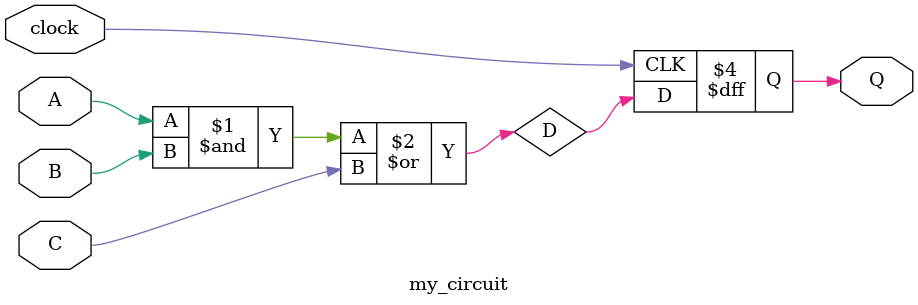
<source format=v>
module my_circuit (A, B, C, Q, clock);

	input	A;
	input	B;
	input	C;
	output	Q;
	input	clock;
	
	wire	D;
	
	assign	D = (A&B)|C;
	
	reg		Q;
	
	always @(posedge clock)
		Q <= D;

endmodule
</source>
